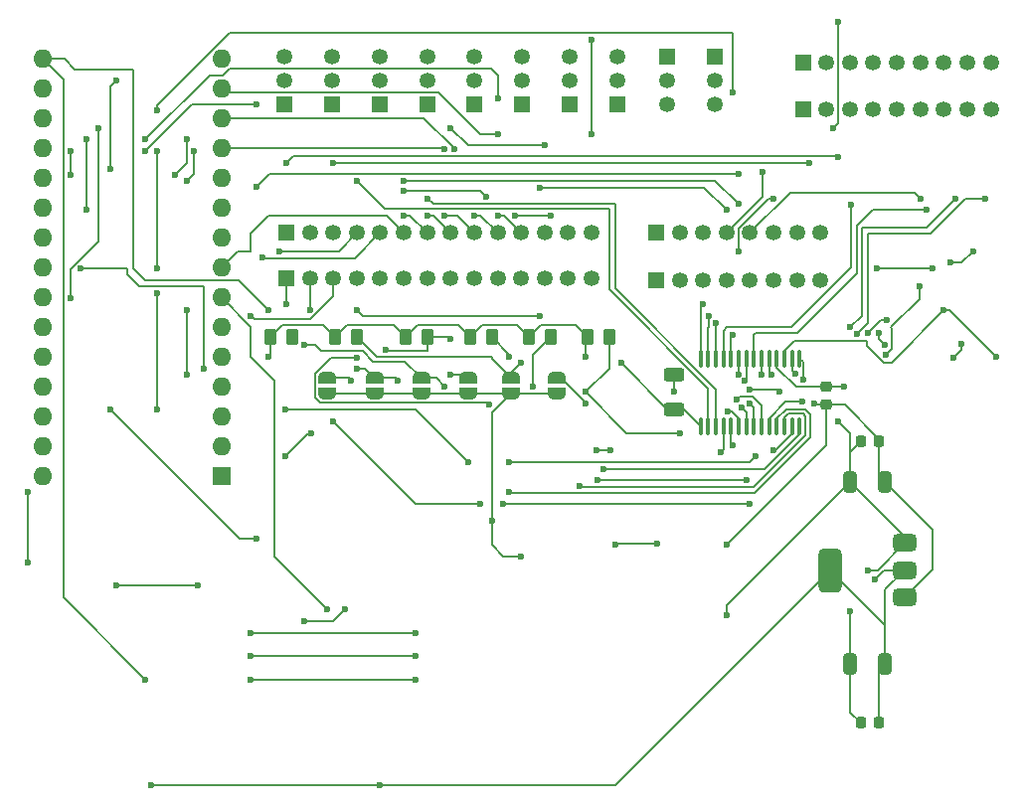
<source format=gbr>
%TF.GenerationSoftware,KiCad,Pcbnew,9.0.3*%
%TF.CreationDate,2025-07-24T22:11:21+07:00*%
%TF.ProjectId,flying thing that crashes,666c7969-6e67-4207-9468-696e67207468,rev?*%
%TF.SameCoordinates,Original*%
%TF.FileFunction,Copper,L2,Bot*%
%TF.FilePolarity,Positive*%
%FSLAX45Y45*%
G04 Gerber Fmt 4.5, Leading zero omitted, Abs format (unit mm)*
G04 Created by KiCad (PCBNEW 9.0.3) date 2025-07-24 22:11:21*
%MOMM*%
%LPD*%
G01*
G04 APERTURE LIST*
G04 Aperture macros list*
%AMRoundRect*
0 Rectangle with rounded corners*
0 $1 Rounding radius*
0 $2 $3 $4 $5 $6 $7 $8 $9 X,Y pos of 4 corners*
0 Add a 4 corners polygon primitive as box body*
4,1,4,$2,$3,$4,$5,$6,$7,$8,$9,$2,$3,0*
0 Add four circle primitives for the rounded corners*
1,1,$1+$1,$2,$3*
1,1,$1+$1,$4,$5*
1,1,$1+$1,$6,$7*
1,1,$1+$1,$8,$9*
0 Add four rect primitives between the rounded corners*
20,1,$1+$1,$2,$3,$4,$5,0*
20,1,$1+$1,$4,$5,$6,$7,0*
20,1,$1+$1,$6,$7,$8,$9,0*
20,1,$1+$1,$8,$9,$2,$3,0*%
%AMFreePoly0*
4,1,23,0.500000,-0.750000,0.000000,-0.750000,0.000000,-0.745722,-0.065263,-0.745722,-0.191342,-0.711940,-0.304381,-0.646677,-0.396677,-0.554381,-0.461940,-0.441342,-0.495722,-0.315263,-0.495722,-0.250000,-0.500000,-0.250000,-0.500000,0.250000,-0.495722,0.250000,-0.495722,0.315263,-0.461940,0.441342,-0.396677,0.554381,-0.304381,0.646677,-0.191342,0.711940,-0.065263,0.745722,0.000000,0.745722,
0.000000,0.750000,0.500000,0.750000,0.500000,-0.750000,0.500000,-0.750000,$1*%
%AMFreePoly1*
4,1,23,0.000000,0.745722,0.065263,0.745722,0.191342,0.711940,0.304381,0.646677,0.396677,0.554381,0.461940,0.441342,0.495722,0.315263,0.495722,0.250000,0.500000,0.250000,0.500000,-0.250000,0.495722,-0.250000,0.495722,-0.315263,0.461940,-0.441342,0.396677,-0.554381,0.304381,-0.646677,0.191342,-0.711940,0.065263,-0.745722,0.000000,-0.745722,0.000000,-0.750000,-0.500000,-0.750000,
-0.500000,0.750000,0.000000,0.750000,0.000000,0.745722,0.000000,0.745722,$1*%
G04 Aperture macros list end*
%TA.AperFunction,ComponentPad*%
%ADD10R,1.350000X1.350000*%
%TD*%
%TA.AperFunction,ComponentPad*%
%ADD11C,1.350000*%
%TD*%
%TA.AperFunction,ComponentPad*%
%ADD12R,1.600000X1.600000*%
%TD*%
%TA.AperFunction,ComponentPad*%
%ADD13O,1.600000X1.600000*%
%TD*%
%TA.AperFunction,SMDPad,CuDef*%
%ADD14RoundRect,0.225000X0.250000X-0.225000X0.250000X0.225000X-0.250000X0.225000X-0.250000X-0.225000X0*%
%TD*%
%TA.AperFunction,SMDPad,CuDef*%
%ADD15RoundRect,0.250000X0.262500X0.450000X-0.262500X0.450000X-0.262500X-0.450000X0.262500X-0.450000X0*%
%TD*%
%TA.AperFunction,SMDPad,CuDef*%
%ADD16RoundRect,0.250000X0.325000X0.650000X-0.325000X0.650000X-0.325000X-0.650000X0.325000X-0.650000X0*%
%TD*%
%TA.AperFunction,SMDPad,CuDef*%
%ADD17FreePoly0,90.000000*%
%TD*%
%TA.AperFunction,SMDPad,CuDef*%
%ADD18FreePoly1,90.000000*%
%TD*%
%TA.AperFunction,SMDPad,CuDef*%
%ADD19RoundRect,0.225000X0.225000X0.250000X-0.225000X0.250000X-0.225000X-0.250000X0.225000X-0.250000X0*%
%TD*%
%TA.AperFunction,SMDPad,CuDef*%
%ADD20RoundRect,0.250000X0.625000X-0.312500X0.625000X0.312500X-0.625000X0.312500X-0.625000X-0.312500X0*%
%TD*%
%TA.AperFunction,SMDPad,CuDef*%
%ADD21RoundRect,0.100000X0.100000X-0.637500X0.100000X0.637500X-0.100000X0.637500X-0.100000X-0.637500X0*%
%TD*%
%TA.AperFunction,SMDPad,CuDef*%
%ADD22RoundRect,0.375000X0.625000X0.375000X-0.625000X0.375000X-0.625000X-0.375000X0.625000X-0.375000X0*%
%TD*%
%TA.AperFunction,SMDPad,CuDef*%
%ADD23RoundRect,0.500000X0.500000X1.400000X-0.500000X1.400000X-0.500000X-1.400000X0.500000X-1.400000X0*%
%TD*%
%TA.AperFunction,ViaPad*%
%ADD24C,0.600000*%
%TD*%
%TA.AperFunction,Conductor*%
%ADD25C,0.200000*%
%TD*%
G04 APERTURE END LIST*
D10*
%TO.P,M5,1,PWM*%
%TO.N,Net-(M5-PWM)*%
X4950000Y-2496000D03*
D11*
%TO.P,M5,2,+*%
%TO.N,MVIN*%
X4950000Y-2296000D03*
%TO.P,M5,3,-*%
%TO.N,GND*%
X4950000Y-2096000D03*
%TD*%
D10*
%TO.P,J1,1,Pin_1*%
%TO.N,GND*%
X6995000Y-2096000D03*
D11*
%TO.P,J1,2,Pin_2*%
%TO.N,MVIN*%
X6995000Y-2296000D03*
%TO.P,J1,3,Pin_3*%
%TO.N,Net-(J1-Pin_3)*%
X6995000Y-2496000D03*
%TD*%
D10*
%TO.P,J2,1,Pin_1*%
%TO.N,GND*%
X7400000Y-2096000D03*
D11*
%TO.P,J2,2,Pin_2*%
%TO.N,MVIN*%
X7400000Y-2296000D03*
%TO.P,J2,3,Pin_3*%
%TO.N,Net-(J2-Pin_3)*%
X7400000Y-2496000D03*
%TD*%
D10*
%TO.P,M3,1,PWM*%
%TO.N,Net-(M3-PWM)*%
X5760000Y-2496000D03*
D11*
%TO.P,M3,2,+*%
%TO.N,MVIN*%
X5760000Y-2296000D03*
%TO.P,M3,3,-*%
%TO.N,GND*%
X5760000Y-2096000D03*
%TD*%
D10*
%TO.P,M6,1,PWM*%
%TO.N,Net-(M6-PWM)*%
X4545000Y-2496000D03*
D11*
%TO.P,M6,2,+*%
%TO.N,MVIN*%
X4545000Y-2296000D03*
%TO.P,M6,3,-*%
%TO.N,GND*%
X4545000Y-2096000D03*
%TD*%
D10*
%TO.P,J7,1,Pin_1*%
%TO.N,D0*%
X3750000Y-3981000D03*
D11*
%TO.P,J7,2,Pin_2*%
%TO.N,D1*%
X3950000Y-3981000D03*
%TO.P,J7,3,Pin_3*%
%TO.N,D2*%
X4150000Y-3981000D03*
%TO.P,J7,4,Pin_4*%
%TO.N,D3*%
X4350000Y-3981000D03*
%TO.P,J7,5,Pin_5*%
%TO.N,D4*%
X4550000Y-3981000D03*
%TO.P,J7,6,Pin_6*%
%TO.N,D5*%
X4750000Y-3981000D03*
%TO.P,J7,7,Pin_7*%
%TO.N,D6*%
X4950000Y-3981000D03*
%TO.P,J7,8,Pin_8*%
%TO.N,D7*%
X5150000Y-3981000D03*
%TO.P,J7,9,Pin_9*%
%TO.N,D8*%
X5350000Y-3981000D03*
%TO.P,J7,10,Pin_10*%
%TO.N,D9*%
X5550000Y-3981000D03*
%TO.P,J7,11,Pin_11*%
%TO.N,D10*%
X5750000Y-3981000D03*
%TO.P,J7,12,Pin_12*%
%TO.N,D11*%
X5950000Y-3981000D03*
%TO.P,J7,13,Pin_13*%
%TO.N,D12*%
X6150000Y-3981000D03*
%TO.P,J7,14,Pin_14*%
%TO.N,D13*%
X6350000Y-3981000D03*
%TD*%
D10*
%TO.P,M1,1,PWM*%
%TO.N,Net-(M1-PWM)*%
X6570000Y-2496000D03*
D11*
%TO.P,M1,2,+*%
%TO.N,MVIN*%
X6570000Y-2296000D03*
%TO.P,M1,3,-*%
%TO.N,GND*%
X6570000Y-2096000D03*
%TD*%
D12*
%TO.P,A1,1,D1/TX*%
%TO.N,D1*%
X3200000Y-5666000D03*
D13*
%TO.P,A1,2,D0/RX*%
%TO.N,D0*%
X3200000Y-5412000D03*
%TO.P,A1,3,~{RESET}*%
%TO.N,unconnected-(A1-~{RESET}-Pad3)*%
X3200000Y-5158000D03*
%TO.P,A1,4,GND*%
%TO.N,GND*%
X3200000Y-4904000D03*
%TO.P,A1,5,D2*%
%TO.N,D2*%
X3200000Y-4650000D03*
%TO.P,A1,6,D3*%
%TO.N,D3*%
X3200000Y-4396000D03*
%TO.P,A1,7,D4*%
%TO.N,D4*%
X3200000Y-4142000D03*
%TO.P,A1,8,D5*%
%TO.N,D5*%
X3200000Y-3888000D03*
%TO.P,A1,9,D6*%
%TO.N,D6*%
X3200000Y-3634000D03*
%TO.P,A1,10,D7*%
%TO.N,D7*%
X3200000Y-3380000D03*
%TO.P,A1,11,D8*%
%TO.N,D8*%
X3200000Y-3126000D03*
%TO.P,A1,12,D9*%
%TO.N,D9*%
X3200000Y-2872000D03*
%TO.P,A1,13,D10*%
%TO.N,D10*%
X3200000Y-2618000D03*
%TO.P,A1,14,D11*%
%TO.N,D11*%
X3200000Y-2364000D03*
%TO.P,A1,15,D12*%
%TO.N,D12*%
X3200000Y-2110000D03*
%TO.P,A1,16,D13*%
%TO.N,D13*%
X1676000Y-2110000D03*
%TO.P,A1,17,3V3*%
%TO.N,unconnected-(A1-3V3-Pad17)*%
X1676000Y-2364000D03*
%TO.P,A1,18,AREF*%
%TO.N,AREF*%
X1676000Y-2618000D03*
%TO.P,A1,19,A0*%
%TO.N,A0*%
X1676000Y-2872000D03*
%TO.P,A1,20,A1*%
%TO.N,A1*%
X1676000Y-3126000D03*
%TO.P,A1,21,A2*%
%TO.N,A2*%
X1676000Y-3380000D03*
%TO.P,A1,22,A3*%
%TO.N,A3*%
X1676000Y-3634000D03*
%TO.P,A1,23,A4*%
%TO.N,A4*%
X1676000Y-3888000D03*
%TO.P,A1,24,A5*%
%TO.N,A5*%
X1676000Y-4142000D03*
%TO.P,A1,25,A6*%
%TO.N,A6*%
X1676000Y-4396000D03*
%TO.P,A1,26,A7*%
%TO.N,A7*%
X1676000Y-4650000D03*
%TO.P,A1,27,+5V*%
%TO.N,5V*%
X1676000Y-4904000D03*
%TO.P,A1,28,~{RESET}*%
%TO.N,unconnected-(A1-~{RESET}-Pad28)*%
X1676000Y-5158000D03*
%TO.P,A1,29,GND*%
%TO.N,GND*%
X1676000Y-5412000D03*
%TO.P,A1,30,VIN*%
%TO.N,unconnected-(A1-VIN-Pad30)*%
X1676000Y-5666000D03*
%TD*%
D10*
%TO.P,M7,1,PWM*%
%TO.N,Net-(M7-PWM)*%
X4140000Y-2496000D03*
D11*
%TO.P,M7,2,+*%
%TO.N,MVIN*%
X4140000Y-2296000D03*
%TO.P,M7,3,-*%
%TO.N,GND*%
X4140000Y-2096000D03*
%TD*%
D10*
%TO.P,J8,1,Pin_1*%
%TO.N,D0*%
X3750000Y-3596000D03*
D11*
%TO.P,J8,2,Pin_2*%
%TO.N,D1*%
X3950000Y-3596000D03*
%TO.P,J8,3,Pin_3*%
%TO.N,D2*%
X4150000Y-3596000D03*
%TO.P,J8,4,Pin_4*%
%TO.N,D3*%
X4350000Y-3596000D03*
%TO.P,J8,5,Pin_5*%
%TO.N,D4*%
X4550000Y-3596000D03*
%TO.P,J8,6,Pin_6*%
%TO.N,D5*%
X4750000Y-3596000D03*
%TO.P,J8,7,Pin_7*%
%TO.N,D6*%
X4950000Y-3596000D03*
%TO.P,J8,8,Pin_8*%
%TO.N,D7*%
X5150000Y-3596000D03*
%TO.P,J8,9,Pin_9*%
%TO.N,D8*%
X5350000Y-3596000D03*
%TO.P,J8,10,Pin_10*%
%TO.N,D9*%
X5550000Y-3596000D03*
%TO.P,J8,11,Pin_11*%
%TO.N,D10*%
X5750000Y-3596000D03*
%TO.P,J8,12,Pin_12*%
%TO.N,D11*%
X5950000Y-3596000D03*
%TO.P,J8,13,Pin_13*%
%TO.N,D12*%
X6150000Y-3596000D03*
%TO.P,J8,14,Pin_14*%
%TO.N,D13*%
X6350000Y-3596000D03*
%TD*%
D10*
%TO.P,J5,1,Pin_1*%
%TO.N,A0*%
X6900000Y-4000000D03*
D11*
%TO.P,J5,2,Pin_2*%
%TO.N,A1*%
X7100000Y-4000000D03*
%TO.P,J5,3,Pin_3*%
%TO.N,A2*%
X7300000Y-4000000D03*
%TO.P,J5,4,Pin_4*%
%TO.N,A3*%
X7500000Y-4000000D03*
%TO.P,J5,5,Pin_5*%
%TO.N,A4*%
X7700000Y-4000000D03*
%TO.P,J5,6,Pin_6*%
%TO.N,A5*%
X7900000Y-4000000D03*
%TO.P,J5,7,Pin_7*%
%TO.N,A6*%
X8100000Y-4000000D03*
%TO.P,J5,8,Pin_8*%
%TO.N,A7*%
X8300000Y-4000000D03*
%TD*%
D10*
%TO.P,M8,1,PWM*%
%TO.N,Net-(M8-PWM)*%
X3735000Y-2496000D03*
D11*
%TO.P,M8,2,+*%
%TO.N,MVIN*%
X3735000Y-2296000D03*
%TO.P,M8,3,-*%
%TO.N,GND*%
X3735000Y-2096000D03*
%TD*%
D10*
%TO.P,J4,1,Pin_1*%
%TO.N,Net-(J3-Pin_1)*%
X8150000Y-2141000D03*
D11*
%TO.P,J4,2,Pin_2*%
%TO.N,Net-(J3-Pin_2)*%
X8350000Y-2141000D03*
%TO.P,J4,3,Pin_3*%
%TO.N,Net-(J3-Pin_3)*%
X8550000Y-2141000D03*
%TO.P,J4,4,Pin_4*%
%TO.N,Net-(J3-Pin_4)*%
X8750000Y-2141000D03*
%TO.P,J4,5,Pin_5*%
%TO.N,Net-(J3-Pin_5)*%
X8950000Y-2141000D03*
%TO.P,J4,6,Pin_6*%
%TO.N,Net-(J3-Pin_6)*%
X9150000Y-2141000D03*
%TO.P,J4,7,Pin_7*%
%TO.N,Net-(J3-Pin_7)*%
X9350000Y-2141000D03*
%TO.P,J4,8,Pin_8*%
%TO.N,Net-(J3-Pin_8)*%
X9550000Y-2141000D03*
%TO.P,J4,9,Pin_9*%
%TO.N,Net-(J3-Pin_9)*%
X9750000Y-2141000D03*
%TD*%
D10*
%TO.P,M2,1,PWM*%
%TO.N,Net-(M2-PWM)*%
X6165000Y-2496000D03*
D11*
%TO.P,M2,2,+*%
%TO.N,MVIN*%
X6165000Y-2296000D03*
%TO.P,M2,3,-*%
%TO.N,GND*%
X6165000Y-2096000D03*
%TD*%
D10*
%TO.P,J6,1,Pin_1*%
%TO.N,A0*%
X6900000Y-3595000D03*
D11*
%TO.P,J6,2,Pin_2*%
%TO.N,A1*%
X7100000Y-3595000D03*
%TO.P,J6,3,Pin_3*%
%TO.N,A2*%
X7300000Y-3595000D03*
%TO.P,J6,4,Pin_4*%
%TO.N,A3*%
X7500000Y-3595000D03*
%TO.P,J6,5,Pin_5*%
%TO.N,A4*%
X7700000Y-3595000D03*
%TO.P,J6,6,Pin_6*%
%TO.N,A5*%
X7900000Y-3595000D03*
%TO.P,J6,7,Pin_7*%
%TO.N,A6*%
X8100000Y-3595000D03*
%TO.P,J6,8,Pin_8*%
%TO.N,A7*%
X8300000Y-3595000D03*
%TD*%
D10*
%TO.P,J3,1,Pin_1*%
%TO.N,Net-(J3-Pin_1)*%
X8150000Y-2546000D03*
D11*
%TO.P,J3,2,Pin_2*%
%TO.N,Net-(J3-Pin_2)*%
X8350000Y-2546000D03*
%TO.P,J3,3,Pin_3*%
%TO.N,Net-(J3-Pin_3)*%
X8550000Y-2546000D03*
%TO.P,J3,4,Pin_4*%
%TO.N,Net-(J3-Pin_4)*%
X8750000Y-2546000D03*
%TO.P,J3,5,Pin_5*%
%TO.N,Net-(J3-Pin_5)*%
X8950000Y-2546000D03*
%TO.P,J3,6,Pin_6*%
%TO.N,Net-(J3-Pin_6)*%
X9150000Y-2546000D03*
%TO.P,J3,7,Pin_7*%
%TO.N,Net-(J3-Pin_7)*%
X9350000Y-2546000D03*
%TO.P,J3,8,Pin_8*%
%TO.N,Net-(J3-Pin_8)*%
X9550000Y-2546000D03*
%TO.P,J3,9,Pin_9*%
%TO.N,Net-(J3-Pin_9)*%
X9750000Y-2546000D03*
%TD*%
D10*
%TO.P,M4,1,PWM*%
%TO.N,Net-(M4-PWM)*%
X5355000Y-2496000D03*
D11*
%TO.P,M4,2,+*%
%TO.N,MVIN*%
X5355000Y-2296000D03*
%TO.P,M4,3,-*%
%TO.N,GND*%
X5355000Y-2096000D03*
%TD*%
D14*
%TO.P,C1,1*%
%TO.N,5V*%
X8350000Y-5057500D03*
%TO.P,C1,2*%
%TO.N,GND*%
X8350000Y-4902500D03*
%TD*%
D15*
%TO.P,R22,1*%
%TO.N,Net-(JP5-B)*%
X6000000Y-4481000D03*
%TO.P,R22,2*%
%TO.N,GND*%
X5817500Y-4481000D03*
%TD*%
D16*
%TO.P,C5,1*%
%TO.N,3V3*%
X8850000Y-7267500D03*
%TO.P,C5,2*%
%TO.N,GND*%
X8555000Y-7267500D03*
%TD*%
D17*
%TO.P,JP5,1,A*%
%TO.N,5V*%
X4500000Y-4961000D03*
D18*
%TO.P,JP5,2,B*%
%TO.N,Net-(JP5-B)*%
X4500000Y-4831000D03*
%TD*%
D19*
%TO.P,C4,1*%
%TO.N,3V3*%
X8800000Y-7767500D03*
%TO.P,C4,2*%
%TO.N,GND*%
X8645000Y-7767500D03*
%TD*%
D20*
%TO.P,R1,1*%
%TO.N,GND*%
X7050000Y-5095000D03*
%TO.P,R1,2*%
%TO.N,Net-(U1-~{OE})*%
X7050000Y-4802500D03*
%TD*%
D17*
%TO.P,JP3,1,A*%
%TO.N,5V*%
X5300000Y-4961000D03*
D18*
%TO.P,JP3,2,B*%
%TO.N,Net-(JP3-B)*%
X5300000Y-4831000D03*
%TD*%
D17*
%TO.P,JP4,1,A*%
%TO.N,5V*%
X4900000Y-4961000D03*
D18*
%TO.P,JP4,2,B*%
%TO.N,Net-(JP4-B)*%
X4900000Y-4831000D03*
%TD*%
D17*
%TO.P,JP6,1,A*%
%TO.N,5V*%
X4100000Y-4961000D03*
D18*
%TO.P,JP6,2,B*%
%TO.N,Net-(JP6-B)*%
X4100000Y-4831000D03*
%TD*%
D16*
%TO.P,C3,1*%
%TO.N,5V*%
X8845000Y-5717500D03*
%TO.P,C3,2*%
%TO.N,GND*%
X8550000Y-5717500D03*
%TD*%
D15*
%TO.P,R25,1*%
%TO.N,Net-(JP2-B)*%
X4350000Y-4481000D03*
%TO.P,R25,2*%
%TO.N,GND*%
X4167500Y-4481000D03*
%TD*%
D17*
%TO.P,JP2,1,A*%
%TO.N,5V*%
X5665000Y-4961000D03*
D18*
%TO.P,JP2,2,B*%
%TO.N,Net-(JP2-B)*%
X5665000Y-4831000D03*
%TD*%
D21*
%TO.P,U1,1,A0*%
%TO.N,Net-(JP1-B)*%
X8122500Y-5238750D03*
%TO.P,U1,2,A1*%
%TO.N,Net-(JP2-B)*%
X8057500Y-5238750D03*
%TO.P,U1,3,A2*%
%TO.N,Net-(JP3-B)*%
X7992500Y-5238750D03*
%TO.P,U1,4,A3*%
%TO.N,Net-(JP4-B)*%
X7927500Y-5238750D03*
%TO.P,U1,5,A4*%
%TO.N,Net-(JP5-B)*%
X7862500Y-5238750D03*
%TO.P,U1,6,LED0*%
%TO.N,PWM 0*%
X7797500Y-5238750D03*
%TO.P,U1,7,LED1*%
%TO.N,PWM 1*%
X7732500Y-5238750D03*
%TO.P,U1,8,LED2*%
%TO.N,PWM 2*%
X7667500Y-5238750D03*
%TO.P,U1,9,LED3*%
%TO.N,PWM 3*%
X7602500Y-5238750D03*
%TO.P,U1,10,LED4*%
%TO.N,PWM 4*%
X7537500Y-5238750D03*
%TO.P,U1,11,LED5*%
%TO.N,PWM 5*%
X7472500Y-5238750D03*
%TO.P,U1,12,LED6*%
%TO.N,PWM 6*%
X7407500Y-5238750D03*
%TO.P,U1,13,LED7*%
%TO.N,PWM 7*%
X7342500Y-5238750D03*
%TO.P,U1,14,VSS*%
%TO.N,GND*%
X7277500Y-5238750D03*
%TO.P,U1,15,LED8*%
%TO.N,PWM 8*%
X7277500Y-4666250D03*
%TO.P,U1,16,LED9*%
%TO.N,PWM 9*%
X7342500Y-4666250D03*
%TO.P,U1,17,LED10*%
%TO.N,PWM 10*%
X7407500Y-4666250D03*
%TO.P,U1,18,LED11*%
%TO.N,PWM 11*%
X7472500Y-4666250D03*
%TO.P,U1,19,LED12*%
%TO.N,PWM 12*%
X7537500Y-4666250D03*
%TO.P,U1,20,LED13*%
%TO.N,PWM 13*%
X7602500Y-4666250D03*
%TO.P,U1,21,LED14*%
%TO.N,PWM 14*%
X7667500Y-4666250D03*
%TO.P,U1,22,LED15*%
%TO.N,PWM 15*%
X7732500Y-4666250D03*
%TO.P,U1,23,~{OE}*%
%TO.N,Net-(U1-~{OE})*%
X7797500Y-4666250D03*
%TO.P,U1,24,A5*%
%TO.N,Net-(JP6-B)*%
X7862500Y-4666250D03*
%TO.P,U1,25,EXTCLK*%
%TO.N,GND*%
X7927500Y-4666250D03*
%TO.P,U1,26,SCL*%
%TO.N,A5*%
X7992500Y-4666250D03*
%TO.P,U1,27,SDA*%
%TO.N,A4*%
X8057500Y-4666250D03*
%TO.P,U1,28,VDD*%
%TO.N,5V*%
X8122500Y-4666250D03*
%TD*%
D19*
%TO.P,C2,1*%
%TO.N,5V*%
X8800000Y-5367500D03*
%TO.P,C2,2*%
%TO.N,GND*%
X8645000Y-5367500D03*
%TD*%
D22*
%TO.P,U4,1,GND*%
%TO.N,GND*%
X9015000Y-6237500D03*
%TO.P,U4,2,VO*%
%TO.N,3V3*%
X9015000Y-6467500D03*
D23*
X8385000Y-6467500D03*
D22*
%TO.P,U4,3,VI*%
%TO.N,5V*%
X9015000Y-6697500D03*
%TD*%
D15*
%TO.P,R26,1*%
%TO.N,Net-(JP1-B)*%
X3800000Y-4481000D03*
%TO.P,R26,2*%
%TO.N,GND*%
X3617500Y-4481000D03*
%TD*%
%TO.P,R24,1*%
%TO.N,Net-(JP3-B)*%
X4950000Y-4481000D03*
%TO.P,R24,2*%
%TO.N,GND*%
X4767500Y-4481000D03*
%TD*%
%TO.P,R21,1*%
%TO.N,Net-(JP6-B)*%
X6500000Y-4481000D03*
%TO.P,R21,2*%
%TO.N,GND*%
X6317500Y-4481000D03*
%TD*%
%TO.P,R23,1*%
%TO.N,Net-(JP4-B)*%
X5500000Y-4481000D03*
%TO.P,R23,2*%
%TO.N,GND*%
X5317500Y-4481000D03*
%TD*%
D17*
%TO.P,JP1,1,A*%
%TO.N,5V*%
X6050000Y-4961000D03*
D18*
%TO.P,JP1,2,B*%
%TO.N,Net-(JP1-B)*%
X6050000Y-4831000D03*
%TD*%
D24*
%TO.N,D2*%
X3450000Y-4300000D03*
%TO.N,D9*%
X5350000Y-3450100D03*
X5100000Y-2879900D03*
%TO.N,5V*%
X6550000Y-6250000D03*
X5500000Y-6050000D03*
X7500000Y-6250000D03*
X8150000Y-4842500D03*
X6908375Y-6241625D03*
X3500000Y-6200000D03*
X5750000Y-6350000D03*
X8250000Y-5050000D03*
X2250000Y-5100000D03*
%TO.N,D8*%
X5100000Y-3450100D03*
%TO.N,D6*%
X4750000Y-3450100D03*
%TO.N,A7*%
X8409809Y-2700785D03*
X8450000Y-1800000D03*
%TO.N,D7*%
X4950000Y-3450100D03*
%TO.N,D10*%
X5550000Y-3450100D03*
X5180000Y-2879900D03*
%TO.N,D1*%
X3960000Y-5300000D03*
X3950000Y-4250000D03*
X3740000Y-5500000D03*
%TO.N,GND*%
X8550000Y-6817500D03*
X9500000Y-4539750D03*
X8700000Y-6467500D03*
X6600000Y-4700000D03*
X9432574Y-4657177D03*
X3000000Y-6600000D03*
X1550000Y-5800000D03*
X1550000Y-6400000D03*
X8450000Y-5200000D03*
X7500000Y-6850000D03*
X2300000Y-6600000D03*
X6300000Y-4650000D03*
X8500000Y-4900000D03*
X3600000Y-4650000D03*
%TO.N,A2*%
X7500000Y-3400000D03*
X2050000Y-3400000D03*
X5550000Y-2450000D03*
X5906353Y-3210000D03*
X2550000Y-2800000D03*
X2050000Y-2800000D03*
%TO.N,D4*%
X4100000Y-6800000D03*
X3550000Y-3800000D03*
%TO.N,D12*%
X2900000Y-4800000D03*
X2960000Y-2900000D03*
X4850000Y-7200000D03*
X6000000Y-3450100D03*
X3450000Y-7200000D03*
X2900000Y-4250000D03*
X2900000Y-3150000D03*
X4750000Y-3240000D03*
X5700000Y-3450100D03*
X5450000Y-3290000D03*
%TO.N,A3*%
X2250000Y-3050000D03*
X2300000Y-2300000D03*
X7806569Y-3078500D03*
%TO.N,D0*%
X3750000Y-4200000D03*
%TO.N,A4*%
X7700000Y-4929900D03*
X5650000Y-5550000D03*
X5300000Y-5550000D03*
X9150000Y-3300000D03*
X3740000Y-5100000D03*
X2000000Y-3900000D03*
X7750000Y-5500000D03*
X7950000Y-4950000D03*
X3050000Y-4750000D03*
X8863788Y-4336212D03*
X8700000Y-4450000D03*
X8086171Y-4794272D03*
%TO.N,D11*%
X2900000Y-2800000D03*
X5550000Y-2750000D03*
X2800000Y-3100000D03*
X3450000Y-7000000D03*
X4850000Y-7000000D03*
X2650000Y-4110000D03*
X2650000Y-5100000D03*
%TO.N,D13*%
X3600000Y-4250000D03*
X3450000Y-7400000D03*
X4850000Y-7400000D03*
X4350000Y-4250000D03*
X5912400Y-4300000D03*
X2550000Y-7400000D03*
%TO.N,A1*%
X1910000Y-2900000D03*
X3500000Y-2500000D03*
X2550000Y-2900000D03*
X1910000Y-3100000D03*
X5150000Y-2700000D03*
X5950000Y-2850000D03*
%TO.N,A5*%
X1910000Y-4150000D03*
X6350000Y-2750000D03*
X2150000Y-2700000D03*
X9350000Y-4250000D03*
X6350000Y-1950000D03*
X9800000Y-4650000D03*
%TO.N,A0*%
X7600000Y-3090000D03*
X3500000Y-3200000D03*
%TO.N,A6*%
X2650000Y-2900000D03*
X2650000Y-3900000D03*
X2650000Y-2550000D03*
X7550000Y-2400000D03*
%TO.N,D3*%
X3690000Y-3750000D03*
%TO.N,3V3*%
X8780000Y-3900000D03*
X9410000Y-3850000D03*
X3900000Y-6900000D03*
X2600000Y-8300000D03*
X8760000Y-6550000D03*
X9250000Y-3900000D03*
X4250000Y-6800000D03*
X9600000Y-3750000D03*
X4550000Y-8300000D03*
%TO.N,Net-(U5-REGOUT)*%
X8860000Y-4636698D03*
X9145000Y-4050000D03*
%TO.N,Net-(JP1-B)*%
X6300000Y-5050000D03*
X6449500Y-5610000D03*
%TO.N,Net-(JP2-B)*%
X5750000Y-4700000D03*
X7900000Y-5450000D03*
X6509500Y-5450000D03*
X6403301Y-5696698D03*
X6389500Y-5450000D03*
X7669500Y-5700000D03*
%TO.N,Net-(JP3-B)*%
X4350000Y-4660000D03*
X5150000Y-4800000D03*
X6250000Y-5750000D03*
X5480947Y-5060200D03*
X4600000Y-4590000D03*
X5150000Y-4500000D03*
%TO.N,Net-(JP4-B)*%
X5100000Y-4900000D03*
X3900000Y-4550000D03*
X5650000Y-5800000D03*
X5650000Y-4650000D03*
%TO.N,Net-(JP5-B)*%
X5850000Y-4900000D03*
X5600000Y-5900000D03*
X7700000Y-5900000D03*
X5400000Y-5900000D03*
X4700000Y-4850000D03*
X4150000Y-5200000D03*
X8145820Y-5034800D03*
X4350000Y-4750000D03*
%TO.N,Net-(JP6-B)*%
X7100000Y-5300000D03*
X7879999Y-4800493D03*
X4300000Y-4850000D03*
X6300000Y-4950000D03*
%TO.N,Net-(U1-~{OE})*%
X7800000Y-4800000D03*
X7050000Y-4950000D03*
%TO.N,PWM 0*%
X7582573Y-5017427D03*
%TO.N,PWM 1*%
X7700000Y-5050000D03*
%TO.N,PWM 6*%
X4950000Y-3300000D03*
%TO.N,PWM 5*%
X7450000Y-5460000D03*
%TO.N,PWM 4*%
X7550000Y-5400000D03*
%TO.N,PWM 3*%
X7512197Y-5116897D03*
%TO.N,PWM 2*%
X7627430Y-5083668D03*
%TO.N,PWM 7*%
X4750000Y-3150000D03*
X4350000Y-3150000D03*
X7900000Y-3300000D03*
X7600000Y-3350000D03*
X7600000Y-3750000D03*
%TO.N,PWM 8*%
X8200000Y-3000000D03*
X4150000Y-3000000D03*
X7300000Y-4200000D03*
%TO.N,PWM 9*%
X3750000Y-3000000D03*
X8450000Y-2952250D03*
X7350000Y-4300000D03*
%TO.N,PWM 10*%
X7410000Y-4360000D03*
%TO.N,PWM 11*%
X8562178Y-3357778D03*
%TO.N,PWM 12*%
X7550000Y-4460000D03*
%TO.N,PWM 13*%
X7600000Y-4800000D03*
X8550000Y-4400000D03*
X9450000Y-3300000D03*
%TO.N,PWM 14*%
X9700000Y-3300000D03*
X7656569Y-4856569D03*
X8606569Y-4456569D03*
%TO.N,PWM 15*%
X9200000Y-3400000D03*
%TO.N,AD0*%
X8850000Y-4550000D03*
X8800000Y-4450000D03*
%TD*%
D25*
%TO.N,D5*%
X3600000Y-3450000D02*
X3450000Y-3600000D01*
X3450000Y-3750000D02*
X3338000Y-3750000D01*
X3338000Y-3750000D02*
X3200000Y-3888000D01*
X4604000Y-3450000D02*
X3600000Y-3450000D01*
X3450000Y-3600000D02*
X3450000Y-3750000D01*
X4750000Y-3596000D02*
X4604000Y-3450000D01*
%TO.N,D2*%
X4150000Y-3981000D02*
X4150000Y-4134994D01*
X3478573Y-4328574D02*
X3450000Y-4300000D01*
X4150000Y-4134994D02*
X3956421Y-4328574D01*
X3956421Y-4328574D02*
X3478573Y-4328574D01*
%TO.N,D9*%
X5550000Y-3596000D02*
X5404100Y-3450100D01*
X5100000Y-2879900D02*
X5092100Y-2872000D01*
X5092100Y-2872000D02*
X3200000Y-2872000D01*
X5404100Y-3450100D02*
X5350000Y-3450100D01*
%TO.N,5V*%
X8350000Y-5057500D02*
X8257500Y-5057500D01*
X8800000Y-5367500D02*
X8800000Y-5672500D01*
X8150000Y-4693750D02*
X8122500Y-4666250D01*
X8800000Y-5367500D02*
X8800000Y-5350000D01*
X6558375Y-6241625D02*
X6908375Y-6241625D01*
X8257500Y-5057500D02*
X8250000Y-5050000D01*
X9250000Y-6122500D02*
X9250000Y-6462500D01*
X8845000Y-5717500D02*
X9250000Y-6122500D01*
X8150000Y-4842500D02*
X8150000Y-4693750D01*
X6550000Y-6250000D02*
X6558375Y-6241625D01*
X2250000Y-5100000D02*
X3350000Y-6200000D01*
X5500000Y-6050000D02*
X5500000Y-6250000D01*
X8800000Y-5350000D02*
X8507500Y-5057500D01*
X3350000Y-6200000D02*
X3500000Y-6200000D01*
X5600000Y-6350000D02*
X5750000Y-6350000D01*
X4100000Y-4961000D02*
X6050000Y-4961000D01*
X5665000Y-4961000D02*
X5500000Y-5126000D01*
X8350000Y-5400000D02*
X7500000Y-6250000D01*
X8507500Y-5057500D02*
X8350000Y-5057500D01*
X8350000Y-5057500D02*
X8350000Y-5400000D01*
X8800000Y-5672500D02*
X8845000Y-5717500D01*
X5500000Y-6250000D02*
X5600000Y-6350000D01*
X9250000Y-6462500D02*
X9015000Y-6697500D01*
X5500000Y-5126000D02*
X5500000Y-6050000D01*
%TO.N,D8*%
X5350000Y-3596000D02*
X5204100Y-3450100D01*
X5204100Y-3450100D02*
X5100000Y-3450100D01*
%TO.N,D6*%
X4950000Y-3596000D02*
X4804100Y-3450100D01*
X4804100Y-3450100D02*
X4750000Y-3450100D01*
%TO.N,A7*%
X8450000Y-2660594D02*
X8450000Y-1800000D01*
X8409809Y-2700785D02*
X8450000Y-2660594D01*
%TO.N,D7*%
X5150000Y-3596000D02*
X5004100Y-3450100D01*
X5004100Y-3450100D02*
X4950000Y-3450100D01*
%TO.N,D10*%
X5604100Y-3450100D02*
X5550000Y-3450100D01*
X4923094Y-2618000D02*
X3200000Y-2618000D01*
X5180000Y-2879900D02*
X5180000Y-2874906D01*
X5750000Y-3596000D02*
X5604100Y-3450100D01*
X5180000Y-2874906D02*
X4923094Y-2618000D01*
%TO.N,D1*%
X3960000Y-5300000D02*
X3940000Y-5300000D01*
X3940000Y-5300000D02*
X3740000Y-5500000D01*
X3950000Y-3981000D02*
X3950000Y-4250000D01*
%TO.N,GND*%
X5717400Y-4380900D02*
X5817500Y-4481000D01*
X9015000Y-6182500D02*
X8550000Y-5717500D01*
X8555000Y-7267500D02*
X8555000Y-7677500D01*
X7927500Y-4740000D02*
X7927500Y-4666250D01*
X4067400Y-4380900D02*
X4167500Y-4481000D01*
X8550000Y-5717500D02*
X8550000Y-5300000D01*
X8700000Y-6467500D02*
X8785000Y-6467500D01*
X8550000Y-5717500D02*
X8550000Y-5462500D01*
X8550000Y-5462500D02*
X8645000Y-5367500D01*
X4867600Y-4380900D02*
X5217400Y-4380900D01*
X8555000Y-7677500D02*
X8645000Y-7767500D01*
X8785000Y-6467500D02*
X9015000Y-6237500D01*
X9015000Y-6237500D02*
X9015000Y-6182500D01*
X7277500Y-5238750D02*
X7133750Y-5095000D01*
X8500000Y-4900000D02*
X8352500Y-4900000D01*
X8555000Y-7267500D02*
X8555000Y-6822500D01*
X3717600Y-4380900D02*
X4067400Y-4380900D01*
X8555000Y-6822500D02*
X8550000Y-6817500D01*
X6217400Y-4380900D02*
X6317500Y-4481000D01*
X5217400Y-4380900D02*
X5317500Y-4481000D01*
X8352500Y-4900000D02*
X8350000Y-4902500D01*
X8350000Y-4902500D02*
X8090000Y-4902500D01*
X5417600Y-4380900D02*
X5717400Y-4380900D01*
X4667400Y-4380900D02*
X4767500Y-4481000D01*
X4167500Y-4481000D02*
X4267600Y-4380900D01*
X5317500Y-4481000D02*
X5417600Y-4380900D01*
X6995000Y-5095000D02*
X6600000Y-4700000D01*
X7133750Y-5095000D02*
X7050000Y-5095000D01*
X3617500Y-4632500D02*
X3600000Y-4650000D01*
X1550000Y-5800000D02*
X1550000Y-6400000D01*
X8550000Y-5717500D02*
X7500000Y-6767500D01*
X3617500Y-4481000D02*
X3717600Y-4380900D01*
X8090000Y-4902500D02*
X7927500Y-4740000D01*
X9500000Y-4589750D02*
X9432574Y-4657177D01*
X4267600Y-4380900D02*
X4667400Y-4380900D01*
X8550000Y-5300000D02*
X8450000Y-5200000D01*
X4767500Y-4481000D02*
X4867600Y-4380900D01*
X7500000Y-6767500D02*
X7500000Y-6850000D01*
X6300000Y-4498500D02*
X6317500Y-4481000D01*
X3617500Y-4481000D02*
X3617500Y-4632500D01*
X6300000Y-4650000D02*
X6300000Y-4498500D01*
X5917600Y-4380900D02*
X6217400Y-4380900D01*
X9500000Y-4539750D02*
X9500000Y-4589750D01*
X7050000Y-5095000D02*
X6995000Y-5095000D01*
X2300000Y-6600000D02*
X3000000Y-6600000D01*
X5817500Y-4481000D02*
X5917600Y-4380900D01*
%TO.N,A2*%
X5550000Y-2250000D02*
X5498400Y-2198400D01*
X3267305Y-2198400D02*
X3211805Y-2253900D01*
X7500000Y-3400000D02*
X7310000Y-3210000D01*
X5498400Y-2198400D02*
X3267305Y-2198400D01*
X7310000Y-3210000D02*
X5906353Y-3210000D01*
X3211805Y-2253900D02*
X3096100Y-2253900D01*
X5550000Y-2450000D02*
X5550000Y-2250000D01*
X3096100Y-2253900D02*
X2550000Y-2800000D01*
X2050000Y-3400000D02*
X2050000Y-2800000D01*
%TO.N,D4*%
X4335900Y-3810100D02*
X3560100Y-3810100D01*
X4100000Y-6800000D02*
X3650000Y-6350000D01*
X3650000Y-4850000D02*
X3450000Y-4650000D01*
X4550000Y-3596000D02*
X4335900Y-3810100D01*
X3450000Y-4650000D02*
X3450000Y-4392000D01*
X3650000Y-6350000D02*
X3650000Y-4850000D01*
X3560100Y-3810100D02*
X3550000Y-3800000D01*
X3450000Y-4392000D02*
X3200000Y-4142000D01*
%TO.N,D12*%
X2960000Y-3090000D02*
X2960000Y-2900000D01*
X5399900Y-3239900D02*
X4750100Y-3239900D01*
X3450000Y-7200000D02*
X4850000Y-7200000D01*
X2900000Y-3150000D02*
X2960000Y-3090000D01*
X2900000Y-4800000D02*
X2900000Y-4250000D01*
X4750100Y-3239900D02*
X4750000Y-3240000D01*
X6000000Y-3450100D02*
X5700000Y-3450100D01*
X5450000Y-3290000D02*
X5399900Y-3239900D01*
%TO.N,A3*%
X7810100Y-3082031D02*
X7810100Y-3284900D01*
X2250000Y-3050000D02*
X2250000Y-2350000D01*
X7810100Y-3284900D02*
X7500000Y-3595000D01*
X2250000Y-2350000D02*
X2300000Y-2300000D01*
X7806569Y-3078500D02*
X7810100Y-3082031D01*
%TO.N,D0*%
X3750000Y-3981000D02*
X3750000Y-4200000D01*
%TO.N,A4*%
X7700000Y-4929900D02*
X7929900Y-4929900D01*
X8813788Y-4336212D02*
X8863788Y-4336212D01*
X7700000Y-5550000D02*
X5650000Y-5550000D01*
X3050000Y-4050000D02*
X2500000Y-4050000D01*
X8045000Y-3250000D02*
X7700000Y-3595000D01*
X8057500Y-4765600D02*
X8086171Y-4794272D01*
X8057500Y-4666250D02*
X8057500Y-4765600D01*
X5300000Y-5550000D02*
X4850000Y-5100000D01*
X8700000Y-4450000D02*
X8813788Y-4336212D01*
X4850000Y-5100000D02*
X3740000Y-5100000D01*
X7929900Y-4929900D02*
X7950000Y-4950000D01*
X2500000Y-4050000D02*
X2400000Y-3950000D01*
X9100000Y-3250000D02*
X8045000Y-3250000D01*
X3050000Y-4750000D02*
X3050000Y-4050000D01*
X2400000Y-3900000D02*
X2000000Y-3900000D01*
X9150000Y-3300000D02*
X9100000Y-3250000D01*
X7750000Y-5500000D02*
X7700000Y-5550000D01*
X2400000Y-3950000D02*
X2400000Y-3900000D01*
%TO.N,D11*%
X2650000Y-5100000D02*
X2650000Y-4110000D01*
X3234400Y-2398400D02*
X5048400Y-2398400D01*
X2900000Y-3000000D02*
X2900000Y-2800000D01*
X3200000Y-2364000D02*
X3234400Y-2398400D01*
X2800000Y-3100000D02*
X2900000Y-3000000D01*
X3450000Y-7000000D02*
X4850000Y-7000000D01*
X5048400Y-2398400D02*
X5400000Y-2750000D01*
X5400000Y-2750000D02*
X5550000Y-2750000D01*
%TO.N,D13*%
X3450000Y-7400000D02*
X4850000Y-7400000D01*
X2550000Y-4000000D02*
X2450000Y-3900000D01*
X1950000Y-2200000D02*
X1860000Y-2110000D01*
X2450000Y-2200000D02*
X1950000Y-2200000D01*
X3348100Y-3998100D02*
X2551900Y-3998100D01*
X2551900Y-3998100D02*
X2550000Y-4000000D01*
X4400000Y-4300000D02*
X4350000Y-4250000D01*
X3600000Y-4250000D02*
X3348100Y-3998100D01*
X5912400Y-4300000D02*
X4400000Y-4300000D01*
X1860000Y-2110000D02*
X1676000Y-2110000D01*
X2550000Y-7400000D02*
X1850000Y-6700000D01*
X2450000Y-3900000D02*
X2450000Y-2200000D01*
X1850000Y-6700000D02*
X1850000Y-2284000D01*
X1850000Y-2284000D02*
X1676000Y-2110000D01*
%TO.N,A1*%
X5950000Y-2850000D02*
X5300000Y-2850000D01*
X1910000Y-2900000D02*
X1910000Y-3100000D01*
X5300000Y-2850000D02*
X5150000Y-2700000D01*
X3500000Y-2500000D02*
X2950000Y-2500000D01*
X2950000Y-2500000D02*
X2550000Y-2900000D01*
%TO.N,A5*%
X2150000Y-2700000D02*
X2150000Y-3665006D01*
X2150000Y-3665006D02*
X1910000Y-3905006D01*
X8691674Y-4516669D02*
X8691674Y-4553366D01*
X1910000Y-3905006D02*
X1910000Y-4150000D01*
X8076344Y-4516669D02*
X8691674Y-4516669D01*
X8691674Y-4553366D02*
X8835106Y-4696798D01*
X8835106Y-4696798D02*
X8903203Y-4696798D01*
X7992500Y-4600513D02*
X8076344Y-4516669D01*
X9400000Y-4250000D02*
X9350000Y-4250000D01*
X8903203Y-4696798D02*
X9350000Y-4250000D01*
X6350000Y-2750000D02*
X6350000Y-1950000D01*
X7992500Y-4666250D02*
X7992500Y-4600513D01*
X9800000Y-4650000D02*
X9400000Y-4250000D01*
%TO.N,A0*%
X3610100Y-3089900D02*
X7599900Y-3089900D01*
X7599900Y-3089900D02*
X7600000Y-3090000D01*
X3500000Y-3200000D02*
X3610100Y-3089900D01*
%TO.N,A6*%
X3264395Y-1889900D02*
X2650000Y-2504295D01*
X7550000Y-1900000D02*
X7539900Y-1889900D01*
X7550000Y-2400000D02*
X7550000Y-1900000D01*
X2650000Y-2504295D02*
X2650000Y-2550000D01*
X2650000Y-2900000D02*
X2650000Y-3900000D01*
X7539900Y-1889900D02*
X3264395Y-1889900D01*
%TO.N,D3*%
X4196000Y-3750000D02*
X3690000Y-3750000D01*
X4350000Y-3596000D02*
X4196000Y-3750000D01*
%TO.N,3V3*%
X8800000Y-7767500D02*
X8800000Y-7317500D01*
X9410000Y-3850000D02*
X9500000Y-3850000D01*
X4550000Y-8300000D02*
X2600000Y-8300000D01*
X8850000Y-6932500D02*
X8385000Y-6467500D01*
X4150000Y-6900000D02*
X3900000Y-6900000D01*
X6552500Y-8300000D02*
X4550000Y-8300000D01*
X8760000Y-6550000D02*
X8842500Y-6467500D01*
X8385000Y-6467500D02*
X6552500Y-8300000D01*
X8800000Y-7317500D02*
X8850000Y-7267500D01*
X8780000Y-3900000D02*
X9250000Y-3900000D01*
X9500000Y-3850000D02*
X9600000Y-3750000D01*
X8850000Y-7267500D02*
X8850000Y-6932500D01*
X8850000Y-7267500D02*
X8850000Y-6632500D01*
X8850000Y-6632500D02*
X9015000Y-6467500D01*
X4250000Y-6800000D02*
X4150000Y-6900000D01*
X8842500Y-6467500D02*
X9015000Y-6467500D01*
%TO.N,Net-(U5-REGOUT)*%
X9145000Y-4050000D02*
X9145000Y-4155000D01*
X8910100Y-4586598D02*
X8860000Y-4636698D01*
X8910100Y-4410100D02*
X8910100Y-4586598D01*
X9145000Y-4155000D02*
X8900000Y-4400000D01*
X8900000Y-4400000D02*
X8910100Y-4410100D01*
%TO.N,Net-(JP1-B)*%
X7825000Y-5610000D02*
X6449500Y-5610000D01*
X6300000Y-5050000D02*
X6300000Y-5042725D01*
X8122500Y-5238750D02*
X8122500Y-5312500D01*
X6300000Y-5042725D02*
X6088275Y-4831000D01*
X6088275Y-4831000D02*
X6050000Y-4831000D01*
X8122500Y-5312500D02*
X7825000Y-5610000D01*
%TO.N,Net-(JP2-B)*%
X7666198Y-5696698D02*
X7669500Y-5700000D01*
X5500000Y-4650000D02*
X5500000Y-4666000D01*
X6509500Y-5450000D02*
X6389500Y-5450000D01*
X6403301Y-5696698D02*
X7666198Y-5696698D01*
X4600000Y-4650000D02*
X5500000Y-4650000D01*
X5500000Y-4666000D02*
X5665000Y-4831000D01*
X4350000Y-4481000D02*
X4519400Y-4650400D01*
X5665000Y-4831000D02*
X5665000Y-4785000D01*
X8057500Y-5304487D02*
X8057500Y-5238750D01*
X4599600Y-4650400D02*
X4600000Y-4650000D01*
X5665000Y-4785000D02*
X5750000Y-4700000D01*
X7911987Y-5450000D02*
X8057500Y-5304487D01*
X4519400Y-4650400D02*
X4599600Y-4650400D01*
X7900000Y-5450000D02*
X7911987Y-5450000D01*
%TO.N,Net-(JP3-B)*%
X5269000Y-4800000D02*
X5300000Y-4831000D01*
X7731887Y-5760100D02*
X8172600Y-5319387D01*
X4132014Y-4660000D02*
X3994400Y-4797614D01*
X4350000Y-4660000D02*
X4132014Y-4660000D01*
X4950000Y-4481000D02*
X4950000Y-4600000D01*
X8172600Y-5319387D02*
X8172600Y-5158113D01*
X6250000Y-5750000D02*
X6260100Y-5760100D01*
X3994400Y-4994386D02*
X4041614Y-5041600D01*
X8172600Y-5158113D02*
X8149387Y-5134900D01*
X4950000Y-4600000D02*
X4610000Y-4600000D01*
X8022600Y-5134900D02*
X7992500Y-5165000D01*
X4041614Y-5041600D02*
X5462347Y-5041600D01*
X4610000Y-4600000D02*
X4600000Y-4590000D01*
X7992500Y-5165000D02*
X7992500Y-5238750D01*
X5462347Y-5041600D02*
X5480947Y-5060200D01*
X3994400Y-4797614D02*
X3994400Y-4994386D01*
X5150000Y-4800000D02*
X5269000Y-4800000D01*
X8149387Y-5134900D02*
X8022600Y-5134900D01*
X5131000Y-4481000D02*
X5150000Y-4500000D01*
X4950000Y-4481000D02*
X5131000Y-4481000D01*
X6260100Y-5760100D02*
X7731887Y-5760100D01*
%TO.N,Net-(JP4-B)*%
X4759500Y-4690500D02*
X4900000Y-4831000D01*
X4050000Y-4600000D02*
X4400000Y-4600000D01*
X5650000Y-4631000D02*
X5650000Y-4650000D01*
X8165997Y-5094800D02*
X8212700Y-5141503D01*
X4400000Y-4600000D02*
X4490500Y-4690500D01*
X8005713Y-5094800D02*
X8165997Y-5094800D01*
X7927500Y-5238750D02*
X7927500Y-5173013D01*
X5031000Y-4831000D02*
X4900000Y-4831000D01*
X5660100Y-5810100D02*
X5650000Y-5800000D01*
X3900000Y-4550000D02*
X4000000Y-4550000D01*
X4000000Y-4550000D02*
X4050000Y-4600000D01*
X8212700Y-5141503D02*
X8212700Y-5335997D01*
X7927500Y-5173013D02*
X8005713Y-5094800D01*
X4490500Y-4690500D02*
X4759500Y-4690500D01*
X5500000Y-4481000D02*
X5650000Y-4631000D01*
X7738597Y-5810100D02*
X5660100Y-5810100D01*
X8212700Y-5335997D02*
X7738597Y-5810100D01*
X5100000Y-4900000D02*
X5031000Y-4831000D01*
%TO.N,Net-(JP5-B)*%
X4681000Y-4831000D02*
X4500000Y-4831000D01*
X8000713Y-5034800D02*
X8145820Y-5034800D01*
X7862500Y-5238750D02*
X7862500Y-5173013D01*
X6000000Y-4481000D02*
X5850000Y-4631000D01*
X4419000Y-4750000D02*
X4500000Y-4831000D01*
X5400000Y-5900000D02*
X4850000Y-5900000D01*
X5850000Y-4631000D02*
X5850000Y-4900000D01*
X7700000Y-5900000D02*
X5600000Y-5900000D01*
X4850000Y-5900000D02*
X4150000Y-5200000D01*
X4350000Y-4750000D02*
X4419000Y-4750000D01*
X7862500Y-5173013D02*
X8000713Y-5034800D01*
X4700000Y-4850000D02*
X4681000Y-4831000D01*
%TO.N,Net-(JP6-B)*%
X6500000Y-4750000D02*
X6300000Y-4950000D01*
X6500000Y-4481000D02*
X6500000Y-4750000D01*
X4281000Y-4831000D02*
X4100000Y-4831000D01*
X6300000Y-4950000D02*
X6650000Y-5300000D01*
X6650000Y-5300000D02*
X7100000Y-5300000D01*
X7862500Y-4782994D02*
X7862500Y-4666250D01*
X4300000Y-4850000D02*
X4281000Y-4831000D01*
X7879999Y-4800493D02*
X7862500Y-4782994D01*
%TO.N,Net-(U1-~{OE})*%
X7797500Y-4666250D02*
X7797500Y-4797500D01*
X7050000Y-4950000D02*
X7050000Y-4802500D01*
X7797500Y-4797500D02*
X7800000Y-4800000D01*
%TO.N,PWM 0*%
X7724894Y-4989900D02*
X7610100Y-4989900D01*
X7610100Y-4989900D02*
X7582573Y-5017427D01*
X7797500Y-5238750D02*
X7797500Y-5062506D01*
X7797500Y-5062506D02*
X7724894Y-4989900D01*
%TO.N,PWM 1*%
X7732500Y-5082500D02*
X7700000Y-5050000D01*
X7732500Y-5238750D02*
X7732500Y-5082500D01*
%TO.N,PWM 6*%
X7407500Y-5238750D02*
X7407500Y-4926987D01*
X6550000Y-3350000D02*
X5000000Y-3350000D01*
X5000000Y-3350000D02*
X4950000Y-3300000D01*
X6550000Y-4069487D02*
X6550000Y-3350000D01*
X7407500Y-4926987D02*
X6550000Y-4069487D01*
%TO.N,PWM 5*%
X7450000Y-5460000D02*
X7472500Y-5437500D01*
X7472500Y-5437500D02*
X7472500Y-5238750D01*
%TO.N,PWM 4*%
X7537500Y-5238750D02*
X7537500Y-5387500D01*
X7537500Y-5387500D02*
X7550000Y-5400000D01*
%TO.N,PWM 3*%
X7602500Y-5173013D02*
X7602500Y-5238750D01*
X7512197Y-5116897D02*
X7546384Y-5116897D01*
X7546384Y-5116897D02*
X7602500Y-5173013D01*
%TO.N,PWM 2*%
X7667500Y-5238750D02*
X7667500Y-5123739D01*
X7667500Y-5123739D02*
X7627430Y-5083668D01*
%TO.N,PWM 7*%
X4750000Y-3150000D02*
X7400000Y-3150000D01*
X6500000Y-4076197D02*
X6500000Y-3390100D01*
X4590100Y-3390100D02*
X6500000Y-3390100D01*
X7856973Y-3300000D02*
X7900000Y-3300000D01*
X7342500Y-4918697D02*
X6500000Y-4076197D01*
X7400000Y-3150000D02*
X7600000Y-3350000D01*
X7600000Y-3556973D02*
X7856973Y-3300000D01*
X7600000Y-3750000D02*
X7600000Y-3556973D01*
X4590100Y-3390100D02*
X4350000Y-3150000D01*
X7342500Y-5238750D02*
X7342500Y-4918697D01*
%TO.N,PWM 8*%
X8200000Y-3000000D02*
X4150000Y-3000000D01*
X7300000Y-4200000D02*
X7277500Y-4222500D01*
X7277500Y-4222500D02*
X7277500Y-4666250D01*
%TO.N,PWM 9*%
X7342500Y-4407500D02*
X7342500Y-4666250D01*
X8437650Y-2939900D02*
X3810100Y-2939900D01*
X7350000Y-4400000D02*
X7342500Y-4407500D01*
X8450000Y-2952250D02*
X8437650Y-2939900D01*
X3810100Y-2939900D02*
X3750000Y-3000000D01*
X7350000Y-4300000D02*
X7350000Y-4400000D01*
%TO.N,PWM 10*%
X7407500Y-4666250D02*
X7407500Y-4362500D01*
X7407500Y-4362500D02*
X7410000Y-4360000D01*
%TO.N,PWM 11*%
X8562178Y-3357778D02*
X8562178Y-3887822D01*
X8050000Y-4400000D02*
X7500000Y-4400000D01*
X7472500Y-4427500D02*
X7472500Y-4666250D01*
X8562178Y-3887822D02*
X8050000Y-4400000D01*
X7500000Y-4400000D02*
X7472500Y-4427500D01*
%TO.N,PWM 12*%
X7537500Y-4472500D02*
X7537500Y-4666250D01*
X7550000Y-4460000D02*
X7537500Y-4472500D01*
%TO.N,PWM 13*%
X7602500Y-4797500D02*
X7600000Y-4800000D01*
X9200000Y-3550000D02*
X9450000Y-3300000D01*
X8550000Y-4400000D02*
X8650000Y-4300000D01*
X7602500Y-4666250D02*
X7602500Y-4797500D01*
X8650000Y-4300000D02*
X8650000Y-3550000D01*
X8650000Y-3550000D02*
X9200000Y-3550000D01*
%TO.N,PWM 14*%
X9234994Y-3600000D02*
X9534994Y-3300000D01*
X7667500Y-4845637D02*
X7656569Y-4856569D01*
X8700000Y-4363137D02*
X8700000Y-3600000D01*
X9534994Y-3300000D02*
X9700000Y-3300000D01*
X7667500Y-4666250D02*
X7667500Y-4845637D01*
X8606569Y-4456569D02*
X8700000Y-4363137D01*
X8700000Y-3600000D02*
X9234994Y-3600000D01*
%TO.N,PWM 15*%
X8100000Y-4450000D02*
X8609900Y-3940100D01*
X7732500Y-4467500D02*
X7750000Y-4450000D01*
X7750000Y-4450000D02*
X8100000Y-4450000D01*
X8743290Y-3400000D02*
X9200000Y-3400000D01*
X8609900Y-3533390D02*
X8743290Y-3400000D01*
X8609900Y-3940100D02*
X8609900Y-3533390D01*
X7732500Y-4666250D02*
X7732500Y-4467500D01*
%TO.N,AD0*%
X8800000Y-4500000D02*
X8800000Y-4450000D01*
X8850000Y-4550000D02*
X8800000Y-4500000D01*
%TD*%
M02*

</source>
